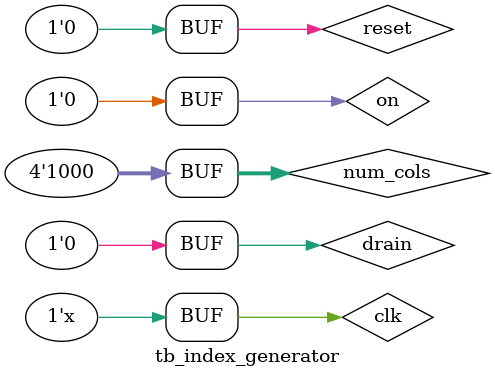
<source format=v>
`timescale 100ns/1ns
module tb_index_generator #(
    parameter integer DEPTH = 16,
    parameter integer ARRAY_M = 8,
    parameter integer IDX_WIDTH = $clog2(DEPTH),
    parameter integer IDX_SET_WIDTH = IDX_WIDTH * ARRAY_M
);

    reg                  clk;
    reg                  reset;
    reg                  on;
    reg  [$clog2(ARRAY_M) : 0] num_cols;
    reg                     drain;

    wire [IDX_SET_WIDTH-1:0] idx_set;
    wire [ARRAY_M-1:0]   enable_set;

    index_generator #(
        .DEPTH(DEPTH),
        .ARRAY_M(ARRAY_M)
    ) ig_inst (
        .clk(clk),
        .reset(reset),
        .on(on),
        .num_cols(num_cols),
        .drain(drain),
        .idx_set(idx_set),
        .enable_set(enable_set)
    );

    initial begin
        clk = 1;
        reset = 1;
        on = 0;
        num_cols =0;
        drain = 0;
        #1

        reset = 0;
        on = 1;
        num_cols = 8;
        drain =0;
        #(DEPTH)
        on = 0;
        #(ARRAY_M -1)
        drain = 1;
        #DEPTH
        drain = 0;
        

    end
    always #0.5 clk = !clk;
endmodule
</source>
